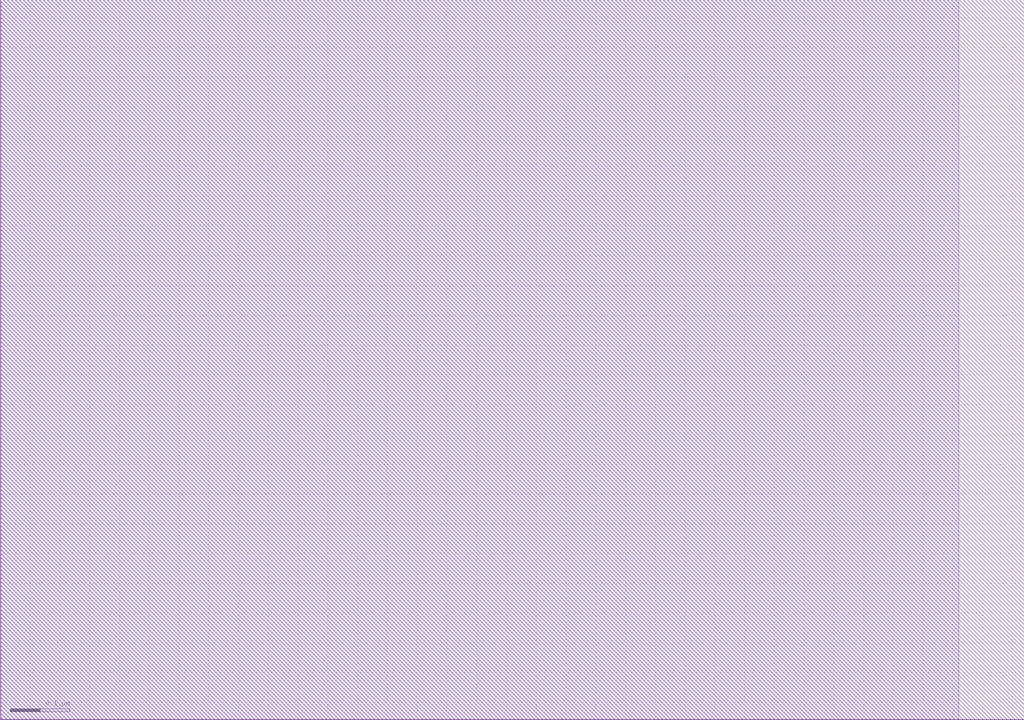
<source format=lef>
VERSION 5.7 ;
  NOWIREEXTENSIONATPIN ON ;
  DIVIDERCHAR "/" ;
  BUSBITCHARS "[]" ;
UNITS
  DATABASE MICRONS 200 ;
END UNITS

LAYER via2
  TYPE CUT ;
END via2

LAYER via
  TYPE CUT ;
END via

LAYER nwell
  TYPE MASTERSLICE ;
END nwell

LAYER via3
  TYPE CUT ;
END via3

LAYER pwell
  TYPE MASTERSLICE ;
END pwell

LAYER via4
  TYPE CUT ;
END via4

LAYER mcon
  TYPE CUT ;
END mcon

LAYER met6
  TYPE ROUTING ;
  WIDTH 0.030000 ;
  SPACING 0.040000 ;
  DIRECTION HORIZONTAL ;
END met6

LAYER met1
  TYPE ROUTING ;
  WIDTH 0.140000 ;
  SPACING 0.140000 ;
  DIRECTION HORIZONTAL ;
END met1

LAYER met3
  TYPE ROUTING ;
  WIDTH 0.300000 ;
  SPACING 0.300000 ;
  DIRECTION HORIZONTAL ;
END met3

LAYER met2
  TYPE ROUTING ;
  WIDTH 0.140000 ;
  SPACING 0.140000 ;
  DIRECTION HORIZONTAL ;
END met2

LAYER met4
  TYPE ROUTING ;
  WIDTH 0.300000 ;
  SPACING 0.300000 ;
  DIRECTION HORIZONTAL ;
END met4

LAYER met5
  TYPE ROUTING ;
  WIDTH 1.600000 ;
  SPACING 1.600000 ;
  DIRECTION HORIZONTAL ;
END met5

LAYER li1
  TYPE ROUTING ;
  WIDTH 0.170000 ;
  SPACING 0.170000 ;
  DIRECTION HORIZONTAL ;
END li1

MACRO sky130_hilas_pFETdevice01aa
  CLASS BLOCK ;
  FOREIGN sky130_hilas_pFETdevice01aa ;
  ORIGIN 0.800 0.780 ;
  SIZE 1.720 BY 1.210 ;
  OBS
      LAYER nwell ;
        RECT -0.800 -0.780 0.810 0.430 ;
  END
END sky130_hilas_pFETdevice01aa
END LIBRARY


</source>
